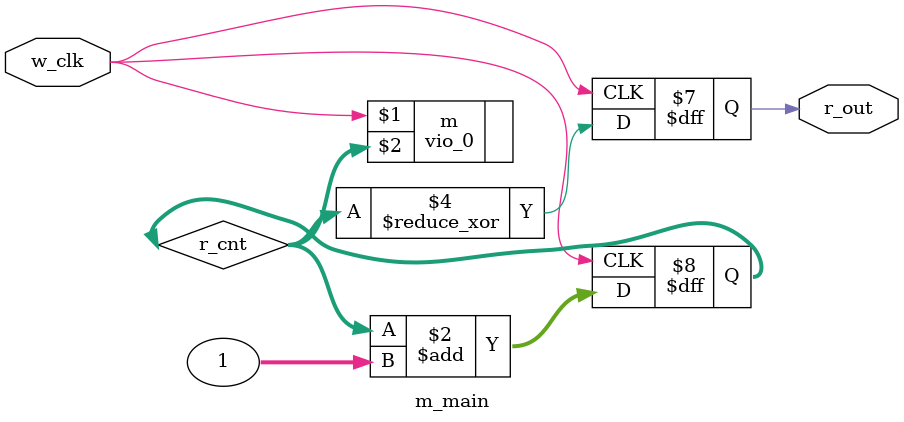
<source format=v>
module m_main(w_clk, r_out);
  input wire w_clk;
  output reg r_out = 0;
  reg [31:0] r_cnt = 0;
  always @(posedge w_clk) r_cnt <= r_cnt + 1;
  vio_0 m (w_clk, r_cnt);
  always @(posedge w_clk) r_out <= ^r_cnt;
endmodule

</source>
